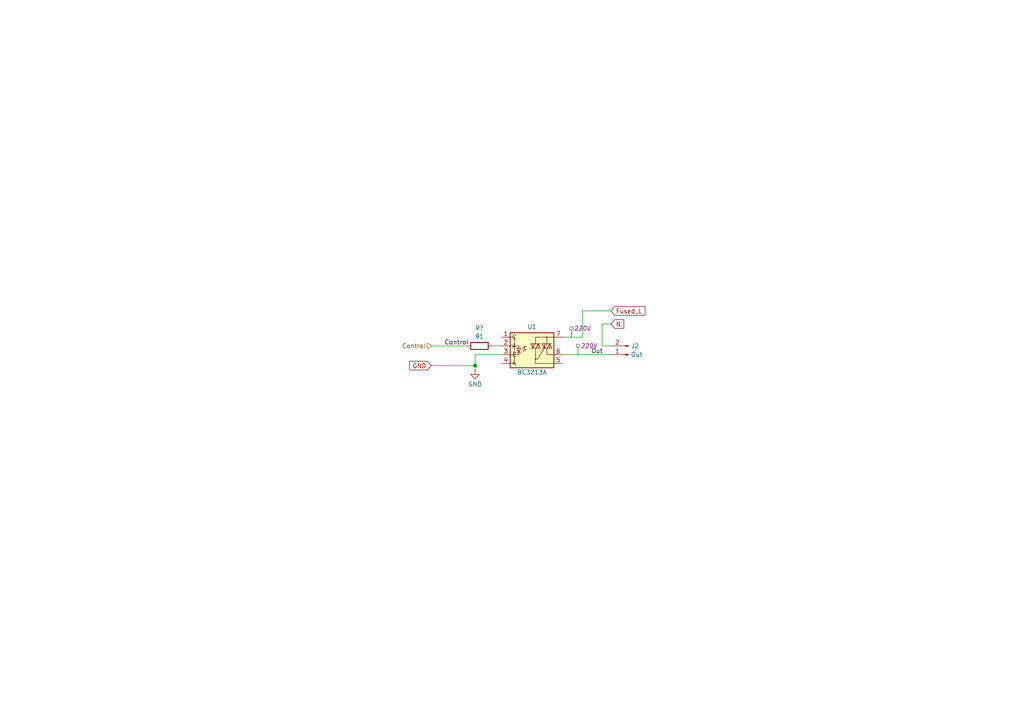
<source format=kicad_sch>
(kicad_sch (version 20230121) (generator eeschema)
  (paper "A4")
  (title_block (title "Optotriac output") (date "2023-12-13") (rev "B") (company "Wildsystems LTD"))
  (lib_symbols
    (symbol "Connector:Conn_01x02_Pin" (pin_names (offset 1.016) hide)
      (property "Reference" "J" (at 0 2.54 0))
      (property "Value" "Conn_01x02_Pin" (at 0 -5.08 0))
      (symbol "Conn_01x02_Pin_1_1"
        (polyline (pts (xy 1.27 -2.54) (xy 0.8636 -2.54)) (stroke (width 0.1524)))
        (polyline (pts (xy 1.27 0) (xy 0.8636 0)) (stroke (width 0.1524)))
        (rectangle (start 0.8636 -2.413) (end 0 -2.667) (stroke (width 0.1524)) (fill (type outline)))
        (rectangle (start 0.8636 0.127) (end 0 -0.127) (stroke (width 0.1524)) (fill (type outline)))
        (pin passive line (at 5.08 0 180) (length 3.81) (name "Pin_1") (number "1"))
        (pin passive line (at 5.08 -2.54 180) (length 3.81) (name "Pin_2") (number "2"))
      )
    )
    (symbol "Device:R" (pin_numbers hide) (pin_names (offset 0))
      (property "Reference" "R" (at 2.032 0 90))
      (property "Value" "R" (at 0 0 90))
      (symbol "R_0_1"
        (rectangle (start -1.016 -2.54) (end 1.016 2.54) (stroke (width 0.254)))
      )
      (symbol "R_1_1"
        (pin passive line (at 0 3.81 270) (length 1.27) (name "~") (number "1"))
        (pin passive line (at 0 -3.81 90) (length 1.27) (name "~") (number "2"))
      )
    )
    (symbol "MySymbols:BC3213"
      (property "Reference" "U" (at 0 0 0))
      (symbol "BC3213_0_1"
        (polyline (pts (xy 1.905 4.445) (xy 3.175 4.445)))
        (polyline (pts (xy 2.54 3.81) (xy 0 3.81)))
        (polyline (pts (xy 2.54 4.445) (xy 2.54 3.81)))
        (polyline (pts (xy 2.54 5.715) (xy 2.54 4.445)))
        (polyline (pts (xy 2.54 5.715) (xy 2.54 6.35)))
        (polyline (pts (xy 2.54 6.35) (xy 0.127 6.35)))
        (polyline (pts (xy 4.3688 5.2324) (xy 3.7338 4.699)))
        (polyline (pts (xy 6.604 5.715) (xy 6.604 6.985)))
        (polyline (pts (xy 7.366 2.54) (xy 8.001 2.54)))
        (polyline (pts (xy 7.366 3.81) (xy 7.366 1.27)))
        (polyline (pts (xy 7.366 3.81) (xy 7.366 5.715)))
        (polyline (pts (xy 8.001 2.54) (xy 9.906 5.715)))
        (polyline (pts (xy 8.128 6.985) (xy 8.128 5.715)))
        (polyline (pts (xy 10.668 3.81) (xy 12.7 3.81)))
        (polyline (pts (xy 10.668 5.715) (xy 10.668 3.81)))
        (polyline (pts (xy 10.668 8.89) (xy 10.668 6.985)))
        (polyline (pts (xy 12.7 1.27) (xy 7.366 1.27)))
        (polyline (pts (xy 12.7 8.89) (xy 10.668 8.89)))
        (polyline (pts (xy 0 1.27) (xy 1.27 1.27) (xy 1.27 3.81)))
        (polyline (pts (xy 0 8.89) (xy 1.27 8.89) (xy 1.27 3.81)))
        (polyline (pts (xy 10.668 8.89) (xy 7.366 8.89) (xy 7.366 6.985)))
        (polyline (pts (xy 2.54 4.445) (xy 1.905 5.715) (xy 3.175 5.715) (xy 2.54 4.445)))
        (polyline (pts (xy 4.191 5.2578) (xy 4.3688 5.08) (xy 4.5974 5.4102) (xy 4.191 5.2578)))
        (polyline (pts (xy 5.969 5.715) (xy 8.763 5.715) (xy 8.128 6.985) (xy 7.493 5.715)))
        (polyline (pts (xy 8.763 6.985) (xy 5.969 6.985) (xy 6.604 5.715) (xy 7.239 6.985)))
        (rectangle (start 0 10.16) (end 12.7 0) (stroke (width 0.254)) (fill (type background)))
      )
      (symbol "BC3213_1_1"
        (polyline (pts (xy 4.2418 6.0706) (xy 3.6068 5.5372)))
        (polyline (pts (xy 9.906 5.715) (xy 9.906 6.985)))
        (polyline (pts (xy 11.43 6.985) (xy 11.43 5.715)))
        (polyline (pts (xy 4.064 6.096) (xy 4.2418 5.9182) (xy 4.4704 6.2484) (xy 4.064 6.096)))
        (polyline (pts (xy 9.271 5.715) (xy 12.065 5.715) (xy 11.43 6.985) (xy 10.795 5.715)))
        (polyline (pts (xy 12.065 6.985) (xy 9.271 6.985) (xy 9.906 5.715) (xy 10.541 6.985)))
        (circle (center 7.366 2.54) (radius 0.127))
        (circle (center 10.668 8.89) (radius 0.127))
        (pin passive line (at -2.54 8.89 0) (length 2.54) (name "C") (number "1"))
        (pin passive line (at -2.54 6.35 0) (length 2.54) (name "A") (number "2"))
        (pin passive line (at -2.54 3.81 0) (length 2.54) (name "C") (number "3"))
        (pin passive line (at -2.54 1.27 0) (length 2.54) (name "4") (number "4"))
        (pin passive line (at -2.54 1.27 0) (length 2.54) hide (name "c") (number "4"))
        (pin passive line (at 15.24 1.27 180) (length 2.54) (name "~") (number "5"))
        (pin passive line (at 15.24 3.81 180) (length 2.54) (name "~") (number "6"))
        (pin passive line (at 15.24 8.89 180) (length 2.54) (name "~") (number "7"))
      )
    )
    (symbol "power:GND" (power) (pin_names (offset 0))
      (property "Value" "GND" (at 0 -3.81 0))
      (symbol "GND_0_1"
        (polyline (pts (xy 0 0) (xy 0 -1.27) (xy 1.27 -1.27) (xy 0 -2.54) (xy -1.27 -1.27) (xy 0 -1.27)))
      )
      (symbol "GND_1_1"
        (pin power_in line (at 0 0 270) (length 0) hide (name "GND") (number "1"))
      )
    )
  )
  (junction (at 137.795 106.045))
  (wire (pts (xy 137.795 102.87) (xy 137.795 106.045)))
  (wire (pts (xy 125.095 100.33) (xy 135.255 100.33)))
  (wire (pts (xy 142.875 100.33) (xy 145.415 100.33)))
  (wire (pts (xy 163.195 102.87) (xy 177.165 102.87)))
  (wire (pts (xy 174.625 93.98) (xy 174.625 100.33)))
  (wire (pts (xy 168.91 90.17) (xy 168.91 97.79)))
  (wire (pts (xy 177.165 93.98) (xy 174.625 93.98)))
  (wire (pts (xy 145.415 102.87) (xy 137.795 102.87)))
  (wire (pts (xy 125.095 106.045) (xy 137.795 106.045)))
  (wire (pts (xy 168.91 97.79) (xy 163.195 97.79)))
  (wire (pts (xy 177.165 90.17) (xy 168.91 90.17)))
  (wire (pts (xy 137.795 106.045) (xy 137.795 107.315)))
  (wire (pts (xy 174.625 100.33) (xy 177.165 100.33)))
  (label "Out" (at 171.45 102.87 0))
  (label "Control" (at 128.905 100.33 0))
  (global_label "N" (shape input) (at 177.165 93.98 0) (property "Intersheetrefs" "${INTERSHEET_REFS}" (effects hide)))
  (global_label "Fused_L" (shape input) (at 177.165 90.17 0) (property "Intersheetrefs" "${INTERSHEET_REFS}" (effects hide)))
  (global_label "GND" (shape input) (at 125.095 106.045 180) (property "Intersheetrefs" "${INTERSHEET_REFS}" (effects hide)))
  (hierarchical_label "Control" (shape input) (at 125.095 100.33 180))
  (netclass_flag "" (length 2.54) (shape round) (at 165.735 97.79 0) (property "Netclass" "220V" (at 166.4335 95.25 0) (effects (font italic) (justify left))))
  (netclass_flag "" (length 2.54) (shape round) (at 167.64 102.87 0) (property "Netclass" "220V" (at 168.3385 100.33 0) (effects (font italic) (justify left))))
  (symbol (lib_id "power:GND") (at 137.795 107.315 0) (unit 1)
    (property "Reference" "#PWR010" (effects hide))
    (property "Value" "GND" (at 137.795 111.4481 0))
    (instances (project "uhc-4" (path "" (reference "#PWR010") (unit 1)) (path "" (reference "#PWR011") (unit 1)) (path "" (reference "#PWR012") (unit 1)) (path "" (reference "#PWR013") (unit 1))))
  )
  (symbol (lib_id "MySymbols:BC3213") (at 147.955 106.68 0) (unit 1)
    (property "Reference" "U1" (at 154.305 94.7999 0))
    (property "Value" "BC3213A" (at 154.305 107.95 0))
    (property "Footprint" "My Footprints:BC3223A" (effects hide))
    (instances (project "uhc-4" (path "" (reference "U1") (unit 1)) (path "" (reference "U3") (unit 1)) (path "" (reference "U5") (unit 1)) (path "" (reference "U2") (unit 1))))
  )
  (symbol (lib_id "Device:R") (at 139.065 100.33 90) (unit 1)
    (property "Reference" "R?" (at 139.065 95.1697 90))
    (property "Value" "91" (at 139.065 97.5939 90))
    (property "Footprint" "Resistor_SMD:R_0805_2012Metric_Pad1.20x1.40mm_HandSolder" (effects hide))
    (instances (project "uhc-12" (path "" (reference "R?") (unit 1)) (path "" (reference "R1") (unit 1)) (path "" (reference "R2") (unit 1)) (path "" (reference "R3") (unit 1)) (path "" (reference "R4") (unit 1)) (path "" (reference "R5") (unit 1)) (path "" (reference "R6") (unit 1)) (path "" (reference "R12") (unit 1)) (path "" (reference "R10") (unit 1)) (path "" (reference "R9") (unit 1)) (path "" (reference "R8") (unit 1)) (path "" (reference "R7") (unit 1)) (path "" (reference "R11") (unit 1))) (project "uhc-4" (path "" (reference "R5") (unit 1)) (path "" (reference "R3") (unit 1)) (path "" (reference "R2") (unit 1)) (path "" (reference "R1") (unit 1))))
  )
  (symbol (lib_id "Connector:Conn_01x02_Pin") (at 182.245 102.87 180) (unit 1)
    (property "Reference" "J2" (at 182.9562 100.3879 0) (effects (justify right)))
    (property "Value" "Out" (at 182.9562 102.8121 0) (effects (justify right)))
    (property "Footprint" "Connector_JST:JST_NV_B02P-NV_1x02_P5.00mm_Vertical" (effects hide))
    (instances (project "uhc-4" (path "" (reference "J2") (unit 1)) (path "" (reference "J3") (unit 1)) (path "" (reference "J2") (unit 1)) (path "" (reference "J4") (unit 1)) (path "" (reference "J5") (unit 1)) (path "" (reference "J3") (unit 1))))
  )
)
</source>
